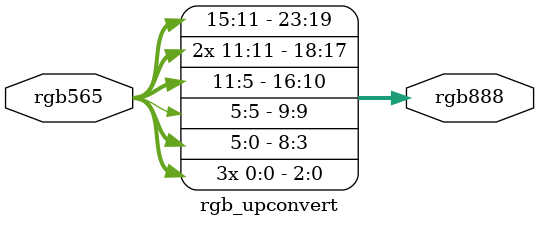
<source format=v>
`timescale 1ns / 1ps
module rgb_upconvert(
	input wire [15:0] rgb565,
	output wire [23:0] rgb888
    );
	 
	 assign rgb888 = 
	 {rgb565[15:11],{3{rgb565[11]}},
	 rgb565[10:5],{2{rgb565[5]}},
	 rgb565[4:0],{3{rgb565[0]}}}; 


endmodule

</source>
